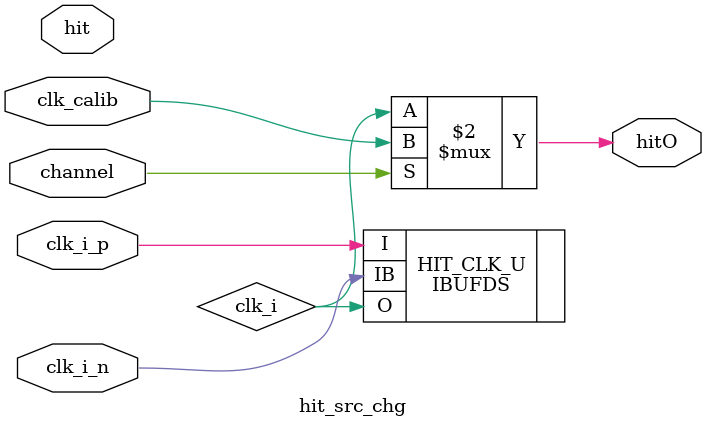
<source format=v>
`timescale 1ns / 1ps


module hit_src_chg(
    input   hit,
    input 	clk_i_p	,
	input 	clk_i_n	,
    input clk_calib,
    input channel,
    output hitO
    );
wire clk_i;
//IBUFGDS HIT_CLK_U(
IBUFDS HIT_CLK_U(
	.I	(	clk_i_p	),
	.IB	(	clk_i_n	),
	.O	(	clk_i	)
);

//assign hitO = (channel == 0) ? hit | clk_i : clk_calib;

assign hitO = (channel == 0) ?  clk_i : clk_calib;
endmodule

</source>
